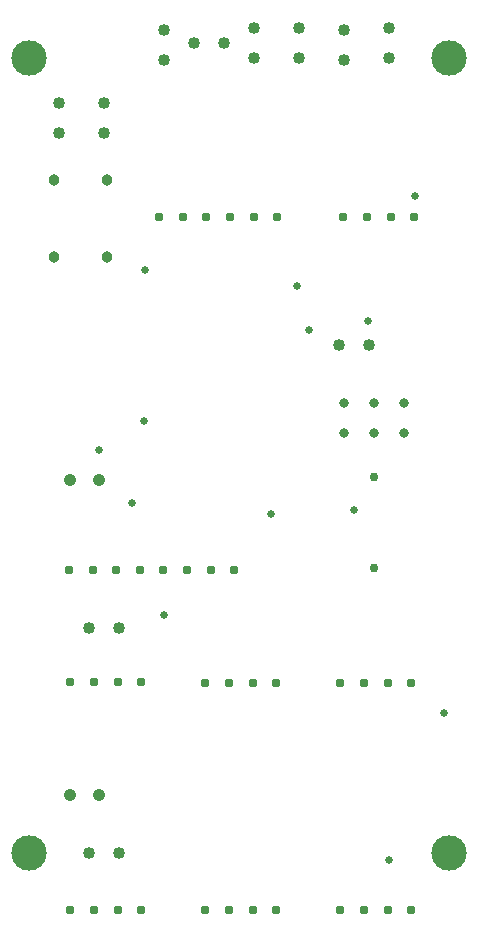
<source format=gbr>
G04 PROTEUS GERBER X2 FILE*
%TF.GenerationSoftware,Labcenter,Proteus,8.16-SP3-Build36097*%
%TF.CreationDate,2024-05-04T02:13:19+00:00*%
%TF.FileFunction,Plated,1,2,PTH*%
%TF.FilePolarity,Positive*%
%TF.Part,Single*%
%TF.SameCoordinates,{03efdd39-6268-421f-b844-547f2104f690}*%
%FSLAX45Y45*%
%MOMM*%
G01*
%TA.AperFunction,ViaDrill*%
%ADD185C,0.635000*%
%TA.AperFunction,ComponentDrill*%
%ADD186C,0.762000*%
%ADD187C,1.041400*%
%TA.AperFunction,ComponentDrill*%
%ADD188C,0.787400*%
%TA.AperFunction,ComponentDrill*%
%ADD189C,0.965200*%
%TA.AperFunction,ComponentDrill*%
%ADD190C,1.016000*%
%TA.AperFunction,ComponentDrill*%
%ADD191C,0.800000*%
%TA.AperFunction,OtherDrill,Unknown*%
%ADD192C,3.000000*%
%TD.AperFunction*%
D185*
X-795355Y+1508605D03*
X-802301Y+229721D03*
X+975698Y-523395D03*
X-902723Y-464041D03*
X-1183302Y-15395D03*
X+273502Y-557667D03*
X+594632Y+1000407D03*
X+1090653Y+1078037D03*
X+1489407Y+2135718D03*
X-635000Y-1412395D03*
X+1268320Y-3484744D03*
X+492198Y+1373693D03*
X+1737698Y-2239395D03*
D186*
X+1143000Y-241000D03*
X+1143000Y-1016000D03*
D187*
X-1183302Y-269395D03*
X-1433302Y-269395D03*
X-1183302Y-2936395D03*
X-1433302Y-2936395D03*
D188*
X-676302Y+1959226D03*
X-476302Y+1959226D03*
X-276302Y+1959226D03*
X-76302Y+1959226D03*
X+123698Y+1959226D03*
X+323698Y+1959226D03*
X+882698Y+1959226D03*
X+1082698Y+1959226D03*
X+1282698Y+1959226D03*
X+1482698Y+1959226D03*
X-40302Y-1031395D03*
X-240302Y-1031395D03*
X-440302Y-1031395D03*
X-640302Y-1031395D03*
X-840302Y-1031395D03*
X-1040302Y-1031395D03*
X-1240302Y-1031395D03*
X-1440302Y-1031395D03*
X-1429334Y-1981140D03*
X-1229334Y-1981140D03*
X-1029334Y-1981140D03*
X-829334Y-1981140D03*
X-286426Y-1986650D03*
X-86426Y-1986650D03*
X+113574Y-1986650D03*
X+313574Y-1986650D03*
X+856574Y-1986650D03*
X+1056574Y-1986650D03*
X+1256574Y-1986650D03*
X+1456574Y-1986650D03*
X+1456574Y-3908650D03*
X+1256574Y-3908650D03*
X+1056574Y-3908650D03*
X+856574Y-3908650D03*
X+313574Y-3908650D03*
X+113574Y-3908650D03*
X-86426Y-3908650D03*
X-286426Y-3908650D03*
X-829426Y-3908650D03*
X-1029426Y-3908650D03*
X-1229426Y-3908650D03*
X-1429426Y-3908650D03*
D189*
X-1114302Y+2270605D03*
X-1114302Y+1620605D03*
X-1564302Y+2270605D03*
X-1564302Y+1620605D03*
D190*
X+886652Y+3540605D03*
X+886652Y+3286605D03*
X+1270000Y+3556000D03*
X+1270000Y+3302000D03*
X-635000Y+3286605D03*
X-635000Y+3540605D03*
X-381000Y+3429000D03*
X-127000Y+3429000D03*
X+127000Y+3302000D03*
X+127000Y+3556000D03*
X+508000Y+3302000D03*
X+508000Y+3556000D03*
D191*
X+889000Y+127000D03*
X+889000Y+381000D03*
X+1143000Y+127000D03*
X+1143000Y+381000D03*
X+1397000Y+127000D03*
X+1397000Y+381000D03*
D190*
X+848698Y+873605D03*
X+1102698Y+873605D03*
X-1270000Y-1524000D03*
X-1016000Y-1524000D03*
X-1270000Y-3429000D03*
X-1016000Y-3429000D03*
D192*
X-1778000Y+3302000D03*
X+1778000Y+3302000D03*
X-1778000Y-3429000D03*
X+1778000Y-3429000D03*
D190*
X-1524000Y+2667000D03*
X-1524000Y+2921000D03*
X-1143000Y+2667000D03*
X-1143000Y+2921000D03*
M02*

</source>
